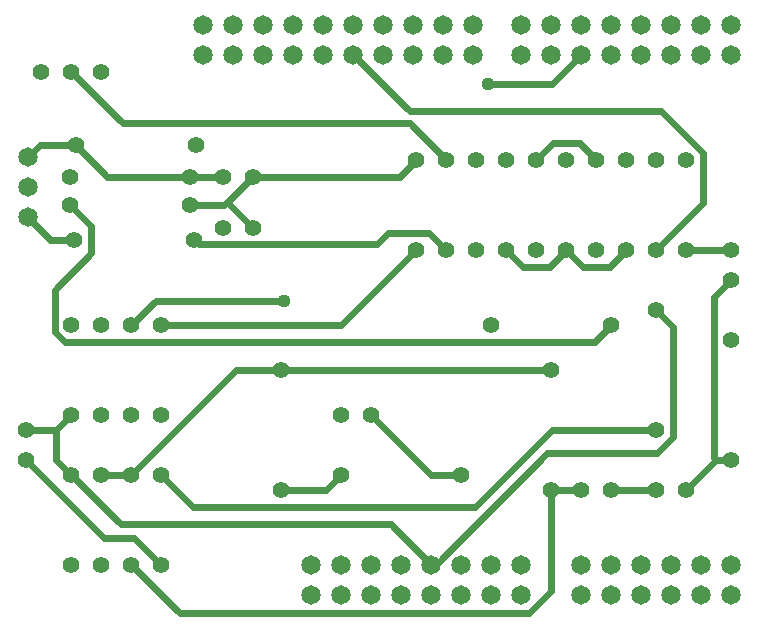
<source format=gtl>
G75*
G70*
%OFA0B0*%
%FSLAX24Y24*%
%IPPOS*%
%LPD*%
%AMOC8*
5,1,8,0,0,1.08239X$1,22.5*
%
%ADD10C,0.0650*%
%ADD11C,0.0554*%
%ADD12C,0.0236*%
%ADD13C,0.0439*%
D10*
X013686Y001150D03*
X014686Y001150D03*
X015686Y001150D03*
X016686Y001150D03*
X017686Y001150D03*
X018686Y001150D03*
X019686Y001150D03*
X020686Y001150D03*
X020686Y002150D03*
X019686Y002150D03*
X018686Y002150D03*
X017686Y002150D03*
X016686Y002150D03*
X015686Y002150D03*
X014686Y002150D03*
X013686Y002150D03*
X022686Y002150D03*
X023686Y002150D03*
X024686Y002150D03*
X025686Y002150D03*
X026686Y002150D03*
X027686Y002150D03*
X027686Y001150D03*
X026686Y001150D03*
X025686Y001150D03*
X024686Y001150D03*
X023686Y001150D03*
X022686Y001150D03*
X004236Y013750D03*
X004236Y014750D03*
X004236Y015750D03*
X010086Y019150D03*
X011086Y019150D03*
X012086Y019150D03*
X013086Y019150D03*
X014086Y019150D03*
X015086Y019150D03*
X016086Y019150D03*
X017086Y019150D03*
X018086Y019150D03*
X019086Y019150D03*
X019086Y020150D03*
X018086Y020150D03*
X017086Y020150D03*
X016086Y020150D03*
X015086Y020150D03*
X014086Y020150D03*
X013086Y020150D03*
X012086Y020150D03*
X011086Y020150D03*
X010086Y020150D03*
X020686Y020150D03*
X021686Y020150D03*
X022686Y020150D03*
X023686Y020150D03*
X024686Y020150D03*
X025686Y020150D03*
X026686Y020150D03*
X027686Y020150D03*
X027686Y019150D03*
X026686Y019150D03*
X025686Y019150D03*
X024686Y019150D03*
X023686Y019150D03*
X022686Y019150D03*
X021686Y019150D03*
X020686Y019150D03*
D11*
X005686Y002150D03*
X006686Y002150D03*
X007686Y002150D03*
X008686Y002150D03*
X012686Y004650D03*
X014686Y005150D03*
X014686Y007150D03*
X015686Y007150D03*
X012686Y008650D03*
X008686Y007150D03*
X007686Y007150D03*
X006686Y007150D03*
X005686Y007150D03*
X004186Y006650D03*
X004186Y005650D03*
X005686Y005150D03*
X006686Y005150D03*
X007686Y005150D03*
X008686Y005150D03*
X008686Y010150D03*
X007686Y010150D03*
X006686Y010150D03*
X005686Y010150D03*
X005786Y013000D03*
X005636Y014150D03*
X005636Y015100D03*
X005836Y016150D03*
X005686Y018600D03*
X006686Y018600D03*
X004686Y018600D03*
X009836Y016150D03*
X009636Y015100D03*
X010736Y015100D03*
X011736Y015100D03*
X009636Y014150D03*
X010736Y013400D03*
X009786Y013000D03*
X011736Y013400D03*
X017186Y012650D03*
X018186Y012650D03*
X019186Y012650D03*
X020186Y012650D03*
X021186Y012650D03*
X022186Y012650D03*
X023186Y012650D03*
X024186Y012650D03*
X025186Y012650D03*
X026186Y012650D03*
X027686Y012650D03*
X027686Y011650D03*
X025186Y010650D03*
X023686Y010150D03*
X021686Y008650D03*
X019686Y010150D03*
X025186Y006650D03*
X027686Y005650D03*
X026186Y004650D03*
X025186Y004650D03*
X023686Y004650D03*
X022686Y004650D03*
X021686Y004650D03*
X018686Y005150D03*
X027686Y009650D03*
X026186Y015650D03*
X025186Y015650D03*
X024186Y015650D03*
X023186Y015650D03*
X022186Y015650D03*
X021186Y015650D03*
X020186Y015650D03*
X019186Y015650D03*
X018186Y015650D03*
X017186Y015650D03*
D12*
X016636Y015100D01*
X011736Y015100D01*
X010886Y014250D01*
X011736Y013400D01*
X010886Y014250D02*
X010786Y014150D01*
X009636Y014150D01*
X009636Y015100D02*
X010736Y015100D01*
X009636Y015100D02*
X006886Y015100D01*
X005836Y016150D01*
X004636Y016150D01*
X004236Y015750D01*
X005636Y014150D02*
X006349Y013438D01*
X006349Y012555D01*
X005126Y011332D01*
X005126Y009925D01*
X005459Y009593D01*
X023129Y009593D01*
X023686Y010150D01*
X025186Y010650D02*
X025747Y010089D01*
X025747Y006415D01*
X025201Y005869D01*
X021547Y005869D01*
X017828Y002150D01*
X017686Y002150D01*
X016326Y003511D01*
X007326Y003511D01*
X005686Y005150D01*
X005186Y005650D01*
X005186Y006650D01*
X005686Y007150D01*
X005186Y006650D02*
X004186Y006650D01*
X004186Y005650D02*
X006786Y003050D01*
X007786Y003050D01*
X008686Y002150D01*
X007686Y002150D02*
X009298Y000538D01*
X020937Y000538D01*
X021686Y001287D01*
X021686Y004650D01*
X022686Y004650D01*
X023686Y004650D02*
X025186Y004650D01*
X026186Y004650D02*
X027186Y005650D01*
X027686Y005650D01*
X027186Y005650D02*
X027122Y005715D01*
X027122Y011085D01*
X027686Y011650D01*
X027686Y012650D02*
X026186Y012650D01*
X025186Y012650D02*
X026752Y014216D01*
X026752Y015872D01*
X025352Y017272D01*
X016965Y017272D01*
X015086Y019150D01*
X016964Y016873D02*
X018186Y015650D01*
X016964Y016873D02*
X007414Y016873D01*
X005686Y018600D01*
X004236Y013750D02*
X004986Y013000D01*
X005786Y013000D01*
X008493Y010956D02*
X007686Y010150D01*
X008686Y010150D02*
X014686Y010150D01*
X017186Y012650D01*
X017621Y013215D02*
X016249Y013215D01*
X015879Y012846D01*
X009940Y012846D01*
X009786Y013000D01*
X008493Y010956D02*
X012758Y010956D01*
X012686Y008650D02*
X011186Y008650D01*
X007686Y005150D01*
X006686Y005150D01*
X008686Y005150D02*
X009742Y004094D01*
X019144Y004094D01*
X021700Y006650D01*
X025186Y006650D01*
X021686Y008650D02*
X012686Y008650D01*
X015686Y007150D02*
X017686Y005150D01*
X018686Y005150D01*
X014686Y005150D02*
X014186Y004650D01*
X012686Y004650D01*
X020186Y012650D02*
X020740Y012096D01*
X021632Y012096D01*
X022186Y012650D01*
X022742Y012094D01*
X023631Y012094D01*
X024186Y012650D01*
X023186Y015650D02*
X022631Y016206D01*
X021742Y016206D01*
X021186Y015650D01*
X021719Y018183D02*
X019574Y018183D01*
X021719Y018183D02*
X022686Y019150D01*
X017621Y013215D02*
X018186Y012650D01*
D13*
X012758Y010956D03*
X019574Y018183D03*
M02*

</source>
